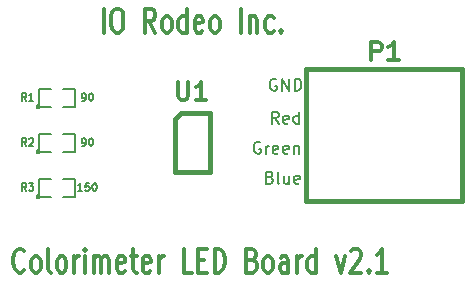
<source format=gto>
G04 (created by PCBNEW-RS274X (2011-07-19)-testing) date Wed 13 Jun 2012 12:22:37 PM PDT*
G01*
G70*
G90*
%MOIN*%
G04 Gerber Fmt 3.4, Leading zero omitted, Abs format*
%FSLAX34Y34*%
G04 APERTURE LIST*
%ADD10C,0.006000*%
%ADD11C,0.007900*%
%ADD12C,0.012000*%
%ADD13C,0.005000*%
%ADD14C,0.015000*%
G04 APERTURE END LIST*
G54D10*
G54D11*
X41578Y-26153D02*
X41634Y-26172D01*
X41653Y-26191D01*
X41672Y-26228D01*
X41672Y-26284D01*
X41653Y-26322D01*
X41634Y-26341D01*
X41597Y-26359D01*
X41447Y-26359D01*
X41447Y-25965D01*
X41578Y-25965D01*
X41616Y-25984D01*
X41634Y-26003D01*
X41653Y-26041D01*
X41653Y-26078D01*
X41634Y-26116D01*
X41616Y-26134D01*
X41578Y-26153D01*
X41447Y-26153D01*
X41897Y-26359D02*
X41860Y-26341D01*
X41841Y-26303D01*
X41841Y-25965D01*
X42216Y-26097D02*
X42216Y-26359D01*
X42047Y-26097D02*
X42047Y-26303D01*
X42066Y-26341D01*
X42103Y-26359D01*
X42159Y-26359D01*
X42197Y-26341D01*
X42216Y-26322D01*
X42553Y-26341D02*
X42515Y-26359D01*
X42440Y-26359D01*
X42403Y-26341D01*
X42384Y-26303D01*
X42384Y-26153D01*
X42403Y-26116D01*
X42440Y-26097D01*
X42515Y-26097D01*
X42553Y-26116D01*
X42572Y-26153D01*
X42572Y-26191D01*
X42384Y-26228D01*
X41265Y-24984D02*
X41228Y-24965D01*
X41171Y-24965D01*
X41115Y-24984D01*
X41078Y-25022D01*
X41059Y-25059D01*
X41040Y-25134D01*
X41040Y-25191D01*
X41059Y-25266D01*
X41078Y-25303D01*
X41115Y-25341D01*
X41171Y-25359D01*
X41209Y-25359D01*
X41265Y-25341D01*
X41284Y-25322D01*
X41284Y-25191D01*
X41209Y-25191D01*
X41453Y-25359D02*
X41453Y-25097D01*
X41453Y-25172D02*
X41472Y-25134D01*
X41490Y-25116D01*
X41528Y-25097D01*
X41565Y-25097D01*
X41847Y-25341D02*
X41809Y-25359D01*
X41734Y-25359D01*
X41697Y-25341D01*
X41678Y-25303D01*
X41678Y-25153D01*
X41697Y-25116D01*
X41734Y-25097D01*
X41809Y-25097D01*
X41847Y-25116D01*
X41866Y-25153D01*
X41866Y-25191D01*
X41678Y-25228D01*
X42185Y-25341D02*
X42147Y-25359D01*
X42072Y-25359D01*
X42035Y-25341D01*
X42016Y-25303D01*
X42016Y-25153D01*
X42035Y-25116D01*
X42072Y-25097D01*
X42147Y-25097D01*
X42185Y-25116D01*
X42204Y-25153D01*
X42204Y-25191D01*
X42016Y-25228D01*
X42373Y-25097D02*
X42373Y-25359D01*
X42373Y-25134D02*
X42392Y-25116D01*
X42429Y-25097D01*
X42485Y-25097D01*
X42523Y-25116D01*
X42542Y-25153D01*
X42542Y-25359D01*
X41800Y-22884D02*
X41763Y-22865D01*
X41706Y-22865D01*
X41650Y-22884D01*
X41613Y-22922D01*
X41594Y-22959D01*
X41575Y-23034D01*
X41575Y-23091D01*
X41594Y-23166D01*
X41613Y-23203D01*
X41650Y-23241D01*
X41706Y-23259D01*
X41744Y-23259D01*
X41800Y-23241D01*
X41819Y-23222D01*
X41819Y-23091D01*
X41744Y-23091D01*
X41988Y-23259D02*
X41988Y-22865D01*
X42213Y-23259D01*
X42213Y-22865D01*
X42401Y-23259D02*
X42401Y-22865D01*
X42495Y-22865D01*
X42551Y-22884D01*
X42588Y-22922D01*
X42607Y-22959D01*
X42626Y-23034D01*
X42626Y-23091D01*
X42607Y-23166D01*
X42588Y-23203D01*
X42551Y-23241D01*
X42495Y-23259D01*
X42401Y-23259D01*
G54D12*
X36043Y-21324D02*
X36043Y-20524D01*
X36443Y-20524D02*
X36557Y-20524D01*
X36615Y-20562D01*
X36672Y-20638D01*
X36700Y-20790D01*
X36700Y-21057D01*
X36672Y-21210D01*
X36615Y-21286D01*
X36557Y-21324D01*
X36443Y-21324D01*
X36386Y-21286D01*
X36329Y-21210D01*
X36300Y-21057D01*
X36300Y-20790D01*
X36329Y-20638D01*
X36386Y-20562D01*
X36443Y-20524D01*
X37758Y-21324D02*
X37558Y-20943D01*
X37415Y-21324D02*
X37415Y-20524D01*
X37643Y-20524D01*
X37701Y-20562D01*
X37729Y-20600D01*
X37758Y-20676D01*
X37758Y-20790D01*
X37729Y-20867D01*
X37701Y-20905D01*
X37643Y-20943D01*
X37415Y-20943D01*
X38101Y-21324D02*
X38043Y-21286D01*
X38015Y-21248D01*
X37986Y-21171D01*
X37986Y-20943D01*
X38015Y-20867D01*
X38043Y-20829D01*
X38101Y-20790D01*
X38186Y-20790D01*
X38243Y-20829D01*
X38272Y-20867D01*
X38301Y-20943D01*
X38301Y-21171D01*
X38272Y-21248D01*
X38243Y-21286D01*
X38186Y-21324D01*
X38101Y-21324D01*
X38815Y-21324D02*
X38815Y-20524D01*
X38815Y-21286D02*
X38758Y-21324D01*
X38644Y-21324D01*
X38586Y-21286D01*
X38558Y-21248D01*
X38529Y-21171D01*
X38529Y-20943D01*
X38558Y-20867D01*
X38586Y-20829D01*
X38644Y-20790D01*
X38758Y-20790D01*
X38815Y-20829D01*
X39329Y-21286D02*
X39272Y-21324D01*
X39158Y-21324D01*
X39101Y-21286D01*
X39072Y-21210D01*
X39072Y-20905D01*
X39101Y-20829D01*
X39158Y-20790D01*
X39272Y-20790D01*
X39329Y-20829D01*
X39358Y-20905D01*
X39358Y-20981D01*
X39072Y-21057D01*
X39701Y-21324D02*
X39643Y-21286D01*
X39615Y-21248D01*
X39586Y-21171D01*
X39586Y-20943D01*
X39615Y-20867D01*
X39643Y-20829D01*
X39701Y-20790D01*
X39786Y-20790D01*
X39843Y-20829D01*
X39872Y-20867D01*
X39901Y-20943D01*
X39901Y-21171D01*
X39872Y-21248D01*
X39843Y-21286D01*
X39786Y-21324D01*
X39701Y-21324D01*
X40615Y-21324D02*
X40615Y-20524D01*
X40901Y-20790D02*
X40901Y-21324D01*
X40901Y-20867D02*
X40929Y-20829D01*
X40987Y-20790D01*
X41072Y-20790D01*
X41129Y-20829D01*
X41158Y-20905D01*
X41158Y-21324D01*
X41701Y-21286D02*
X41644Y-21324D01*
X41530Y-21324D01*
X41472Y-21286D01*
X41444Y-21248D01*
X41415Y-21171D01*
X41415Y-20943D01*
X41444Y-20867D01*
X41472Y-20829D01*
X41530Y-20790D01*
X41644Y-20790D01*
X41701Y-20829D01*
X41958Y-21248D02*
X41986Y-21286D01*
X41958Y-21324D01*
X41929Y-21286D01*
X41958Y-21248D01*
X41958Y-21324D01*
G54D11*
X41875Y-24359D02*
X41744Y-24172D01*
X41650Y-24359D02*
X41650Y-23965D01*
X41800Y-23965D01*
X41837Y-23984D01*
X41856Y-24003D01*
X41875Y-24041D01*
X41875Y-24097D01*
X41856Y-24134D01*
X41837Y-24153D01*
X41800Y-24172D01*
X41650Y-24172D01*
X42194Y-24341D02*
X42156Y-24359D01*
X42081Y-24359D01*
X42044Y-24341D01*
X42025Y-24303D01*
X42025Y-24153D01*
X42044Y-24116D01*
X42081Y-24097D01*
X42156Y-24097D01*
X42194Y-24116D01*
X42213Y-24153D01*
X42213Y-24191D01*
X42025Y-24228D01*
X42551Y-24359D02*
X42551Y-23965D01*
X42551Y-24341D02*
X42513Y-24359D01*
X42438Y-24359D01*
X42401Y-24341D01*
X42382Y-24322D01*
X42363Y-24284D01*
X42363Y-24172D01*
X42382Y-24134D01*
X42401Y-24116D01*
X42438Y-24097D01*
X42513Y-24097D01*
X42551Y-24116D01*
G54D12*
X33394Y-29248D02*
X33365Y-29286D01*
X33279Y-29324D01*
X33222Y-29324D01*
X33137Y-29286D01*
X33079Y-29210D01*
X33051Y-29133D01*
X33022Y-28981D01*
X33022Y-28867D01*
X33051Y-28714D01*
X33079Y-28638D01*
X33137Y-28562D01*
X33222Y-28524D01*
X33279Y-28524D01*
X33365Y-28562D01*
X33394Y-28600D01*
X33737Y-29324D02*
X33679Y-29286D01*
X33651Y-29248D01*
X33622Y-29171D01*
X33622Y-28943D01*
X33651Y-28867D01*
X33679Y-28829D01*
X33737Y-28790D01*
X33822Y-28790D01*
X33879Y-28829D01*
X33908Y-28867D01*
X33937Y-28943D01*
X33937Y-29171D01*
X33908Y-29248D01*
X33879Y-29286D01*
X33822Y-29324D01*
X33737Y-29324D01*
X34280Y-29324D02*
X34222Y-29286D01*
X34194Y-29210D01*
X34194Y-28524D01*
X34594Y-29324D02*
X34536Y-29286D01*
X34508Y-29248D01*
X34479Y-29171D01*
X34479Y-28943D01*
X34508Y-28867D01*
X34536Y-28829D01*
X34594Y-28790D01*
X34679Y-28790D01*
X34736Y-28829D01*
X34765Y-28867D01*
X34794Y-28943D01*
X34794Y-29171D01*
X34765Y-29248D01*
X34736Y-29286D01*
X34679Y-29324D01*
X34594Y-29324D01*
X35051Y-29324D02*
X35051Y-28790D01*
X35051Y-28943D02*
X35079Y-28867D01*
X35108Y-28829D01*
X35165Y-28790D01*
X35222Y-28790D01*
X35422Y-29324D02*
X35422Y-28790D01*
X35422Y-28524D02*
X35393Y-28562D01*
X35422Y-28600D01*
X35450Y-28562D01*
X35422Y-28524D01*
X35422Y-28600D01*
X35708Y-29324D02*
X35708Y-28790D01*
X35708Y-28867D02*
X35736Y-28829D01*
X35794Y-28790D01*
X35879Y-28790D01*
X35936Y-28829D01*
X35965Y-28905D01*
X35965Y-29324D01*
X35965Y-28905D02*
X35994Y-28829D01*
X36051Y-28790D01*
X36136Y-28790D01*
X36194Y-28829D01*
X36222Y-28905D01*
X36222Y-29324D01*
X36736Y-29286D02*
X36679Y-29324D01*
X36565Y-29324D01*
X36508Y-29286D01*
X36479Y-29210D01*
X36479Y-28905D01*
X36508Y-28829D01*
X36565Y-28790D01*
X36679Y-28790D01*
X36736Y-28829D01*
X36765Y-28905D01*
X36765Y-28981D01*
X36479Y-29057D01*
X36936Y-28790D02*
X37165Y-28790D01*
X37022Y-28524D02*
X37022Y-29210D01*
X37050Y-29286D01*
X37108Y-29324D01*
X37165Y-29324D01*
X37593Y-29286D02*
X37536Y-29324D01*
X37422Y-29324D01*
X37365Y-29286D01*
X37336Y-29210D01*
X37336Y-28905D01*
X37365Y-28829D01*
X37422Y-28790D01*
X37536Y-28790D01*
X37593Y-28829D01*
X37622Y-28905D01*
X37622Y-28981D01*
X37336Y-29057D01*
X37879Y-29324D02*
X37879Y-28790D01*
X37879Y-28943D02*
X37907Y-28867D01*
X37936Y-28829D01*
X37993Y-28790D01*
X38050Y-28790D01*
X38993Y-29324D02*
X38707Y-29324D01*
X38707Y-28524D01*
X39193Y-28905D02*
X39393Y-28905D01*
X39479Y-29324D02*
X39193Y-29324D01*
X39193Y-28524D01*
X39479Y-28524D01*
X39736Y-29324D02*
X39736Y-28524D01*
X39879Y-28524D01*
X39964Y-28562D01*
X40022Y-28638D01*
X40050Y-28714D01*
X40079Y-28867D01*
X40079Y-28981D01*
X40050Y-29133D01*
X40022Y-29210D01*
X39964Y-29286D01*
X39879Y-29324D01*
X39736Y-29324D01*
X40993Y-28905D02*
X41079Y-28943D01*
X41107Y-28981D01*
X41136Y-29057D01*
X41136Y-29171D01*
X41107Y-29248D01*
X41079Y-29286D01*
X41021Y-29324D01*
X40793Y-29324D01*
X40793Y-28524D01*
X40993Y-28524D01*
X41050Y-28562D01*
X41079Y-28600D01*
X41107Y-28676D01*
X41107Y-28752D01*
X41079Y-28829D01*
X41050Y-28867D01*
X40993Y-28905D01*
X40793Y-28905D01*
X41479Y-29324D02*
X41421Y-29286D01*
X41393Y-29248D01*
X41364Y-29171D01*
X41364Y-28943D01*
X41393Y-28867D01*
X41421Y-28829D01*
X41479Y-28790D01*
X41564Y-28790D01*
X41621Y-28829D01*
X41650Y-28867D01*
X41679Y-28943D01*
X41679Y-29171D01*
X41650Y-29248D01*
X41621Y-29286D01*
X41564Y-29324D01*
X41479Y-29324D01*
X42193Y-29324D02*
X42193Y-28905D01*
X42164Y-28829D01*
X42107Y-28790D01*
X41993Y-28790D01*
X41936Y-28829D01*
X42193Y-29286D02*
X42136Y-29324D01*
X41993Y-29324D01*
X41936Y-29286D01*
X41907Y-29210D01*
X41907Y-29133D01*
X41936Y-29057D01*
X41993Y-29019D01*
X42136Y-29019D01*
X42193Y-28981D01*
X42479Y-29324D02*
X42479Y-28790D01*
X42479Y-28943D02*
X42507Y-28867D01*
X42536Y-28829D01*
X42593Y-28790D01*
X42650Y-28790D01*
X43107Y-29324D02*
X43107Y-28524D01*
X43107Y-29286D02*
X43050Y-29324D01*
X42936Y-29324D01*
X42878Y-29286D01*
X42850Y-29248D01*
X42821Y-29171D01*
X42821Y-28943D01*
X42850Y-28867D01*
X42878Y-28829D01*
X42936Y-28790D01*
X43050Y-28790D01*
X43107Y-28829D01*
X43793Y-28790D02*
X43936Y-29324D01*
X44078Y-28790D01*
X44278Y-28600D02*
X44307Y-28562D01*
X44364Y-28524D01*
X44507Y-28524D01*
X44564Y-28562D01*
X44593Y-28600D01*
X44621Y-28676D01*
X44621Y-28752D01*
X44593Y-28867D01*
X44250Y-29324D01*
X44621Y-29324D01*
X44878Y-29248D02*
X44906Y-29286D01*
X44878Y-29324D01*
X44849Y-29286D01*
X44878Y-29248D01*
X44878Y-29324D01*
X45478Y-29324D02*
X45135Y-29324D01*
X45307Y-29324D02*
X45307Y-28524D01*
X45250Y-28638D01*
X45192Y-28714D01*
X45135Y-28752D01*
G54D13*
X33900Y-23800D02*
X33899Y-23809D01*
X33896Y-23819D01*
X33891Y-23827D01*
X33885Y-23835D01*
X33877Y-23841D01*
X33869Y-23846D01*
X33860Y-23848D01*
X33850Y-23849D01*
X33841Y-23849D01*
X33832Y-23846D01*
X33823Y-23841D01*
X33816Y-23835D01*
X33809Y-23828D01*
X33805Y-23819D01*
X33802Y-23810D01*
X33801Y-23800D01*
X33801Y-23791D01*
X33804Y-23782D01*
X33808Y-23773D01*
X33815Y-23766D01*
X33822Y-23759D01*
X33830Y-23755D01*
X33840Y-23752D01*
X33849Y-23751D01*
X33858Y-23751D01*
X33868Y-23754D01*
X33876Y-23758D01*
X33884Y-23764D01*
X33890Y-23772D01*
X33895Y-23780D01*
X33898Y-23789D01*
X33899Y-23799D01*
X33900Y-23800D01*
X34300Y-23800D02*
X33900Y-23800D01*
X33900Y-23800D02*
X33900Y-23200D01*
X33900Y-23200D02*
X34300Y-23200D01*
X34700Y-23200D02*
X35100Y-23200D01*
X35100Y-23200D02*
X35100Y-23800D01*
X35100Y-23800D02*
X34700Y-23800D01*
X33900Y-25300D02*
X33899Y-25309D01*
X33896Y-25319D01*
X33891Y-25327D01*
X33885Y-25335D01*
X33877Y-25341D01*
X33869Y-25346D01*
X33860Y-25348D01*
X33850Y-25349D01*
X33841Y-25349D01*
X33832Y-25346D01*
X33823Y-25341D01*
X33816Y-25335D01*
X33809Y-25328D01*
X33805Y-25319D01*
X33802Y-25310D01*
X33801Y-25300D01*
X33801Y-25291D01*
X33804Y-25282D01*
X33808Y-25273D01*
X33815Y-25266D01*
X33822Y-25259D01*
X33830Y-25255D01*
X33840Y-25252D01*
X33849Y-25251D01*
X33858Y-25251D01*
X33868Y-25254D01*
X33876Y-25258D01*
X33884Y-25264D01*
X33890Y-25272D01*
X33895Y-25280D01*
X33898Y-25289D01*
X33899Y-25299D01*
X33900Y-25300D01*
X34300Y-25300D02*
X33900Y-25300D01*
X33900Y-25300D02*
X33900Y-24700D01*
X33900Y-24700D02*
X34300Y-24700D01*
X34700Y-24700D02*
X35100Y-24700D01*
X35100Y-24700D02*
X35100Y-25300D01*
X35100Y-25300D02*
X34700Y-25300D01*
X33900Y-26800D02*
X33899Y-26809D01*
X33896Y-26819D01*
X33891Y-26827D01*
X33885Y-26835D01*
X33877Y-26841D01*
X33869Y-26846D01*
X33860Y-26848D01*
X33850Y-26849D01*
X33841Y-26849D01*
X33832Y-26846D01*
X33823Y-26841D01*
X33816Y-26835D01*
X33809Y-26828D01*
X33805Y-26819D01*
X33802Y-26810D01*
X33801Y-26800D01*
X33801Y-26791D01*
X33804Y-26782D01*
X33808Y-26773D01*
X33815Y-26766D01*
X33822Y-26759D01*
X33830Y-26755D01*
X33840Y-26752D01*
X33849Y-26751D01*
X33858Y-26751D01*
X33868Y-26754D01*
X33876Y-26758D01*
X33884Y-26764D01*
X33890Y-26772D01*
X33895Y-26780D01*
X33898Y-26789D01*
X33899Y-26799D01*
X33900Y-26800D01*
X34300Y-26800D02*
X33900Y-26800D01*
X33900Y-26800D02*
X33900Y-26200D01*
X33900Y-26200D02*
X34300Y-26200D01*
X34700Y-26200D02*
X35100Y-26200D01*
X35100Y-26200D02*
X35100Y-26800D01*
X35100Y-26800D02*
X34700Y-26800D01*
G54D14*
X39591Y-25984D02*
X38409Y-25984D01*
X38409Y-25984D02*
X38409Y-24213D01*
X38409Y-24213D02*
X38606Y-24016D01*
X38606Y-24016D02*
X39591Y-24016D01*
X39591Y-24016D02*
X39591Y-25984D01*
X42800Y-26950D02*
X42800Y-22550D01*
X42800Y-22550D02*
X48000Y-22550D01*
X48000Y-22550D02*
X48000Y-26950D01*
X48000Y-26950D02*
X42800Y-26950D01*
G54D13*
X33458Y-23601D02*
X33375Y-23482D01*
X33316Y-23601D02*
X33316Y-23351D01*
X33411Y-23351D01*
X33435Y-23363D01*
X33446Y-23375D01*
X33458Y-23399D01*
X33458Y-23435D01*
X33446Y-23458D01*
X33435Y-23470D01*
X33411Y-23482D01*
X33316Y-23482D01*
X33696Y-23601D02*
X33554Y-23601D01*
X33625Y-23601D02*
X33625Y-23351D01*
X33601Y-23387D01*
X33577Y-23411D01*
X33554Y-23423D01*
X35333Y-23601D02*
X35381Y-23601D01*
X35405Y-23589D01*
X35417Y-23577D01*
X35441Y-23542D01*
X35452Y-23494D01*
X35452Y-23399D01*
X35441Y-23375D01*
X35429Y-23363D01*
X35405Y-23351D01*
X35357Y-23351D01*
X35333Y-23363D01*
X35322Y-23375D01*
X35310Y-23399D01*
X35310Y-23458D01*
X35322Y-23482D01*
X35333Y-23494D01*
X35357Y-23506D01*
X35405Y-23506D01*
X35429Y-23494D01*
X35441Y-23482D01*
X35452Y-23458D01*
X35607Y-23351D02*
X35631Y-23351D01*
X35655Y-23363D01*
X35667Y-23375D01*
X35679Y-23399D01*
X35690Y-23446D01*
X35690Y-23506D01*
X35679Y-23554D01*
X35667Y-23577D01*
X35655Y-23589D01*
X35631Y-23601D01*
X35607Y-23601D01*
X35583Y-23589D01*
X35571Y-23577D01*
X35560Y-23554D01*
X35548Y-23506D01*
X35548Y-23446D01*
X35560Y-23399D01*
X35571Y-23375D01*
X35583Y-23363D01*
X35607Y-23351D01*
X33458Y-25101D02*
X33375Y-24982D01*
X33316Y-25101D02*
X33316Y-24851D01*
X33411Y-24851D01*
X33435Y-24863D01*
X33446Y-24875D01*
X33458Y-24899D01*
X33458Y-24935D01*
X33446Y-24958D01*
X33435Y-24970D01*
X33411Y-24982D01*
X33316Y-24982D01*
X33554Y-24875D02*
X33566Y-24863D01*
X33589Y-24851D01*
X33649Y-24851D01*
X33673Y-24863D01*
X33685Y-24875D01*
X33696Y-24899D01*
X33696Y-24923D01*
X33685Y-24958D01*
X33542Y-25101D01*
X33696Y-25101D01*
X35333Y-25101D02*
X35381Y-25101D01*
X35405Y-25089D01*
X35417Y-25077D01*
X35441Y-25042D01*
X35452Y-24994D01*
X35452Y-24899D01*
X35441Y-24875D01*
X35429Y-24863D01*
X35405Y-24851D01*
X35357Y-24851D01*
X35333Y-24863D01*
X35322Y-24875D01*
X35310Y-24899D01*
X35310Y-24958D01*
X35322Y-24982D01*
X35333Y-24994D01*
X35357Y-25006D01*
X35405Y-25006D01*
X35429Y-24994D01*
X35441Y-24982D01*
X35452Y-24958D01*
X35607Y-24851D02*
X35631Y-24851D01*
X35655Y-24863D01*
X35667Y-24875D01*
X35679Y-24899D01*
X35690Y-24946D01*
X35690Y-25006D01*
X35679Y-25054D01*
X35667Y-25077D01*
X35655Y-25089D01*
X35631Y-25101D01*
X35607Y-25101D01*
X35583Y-25089D01*
X35571Y-25077D01*
X35560Y-25054D01*
X35548Y-25006D01*
X35548Y-24946D01*
X35560Y-24899D01*
X35571Y-24875D01*
X35583Y-24863D01*
X35607Y-24851D01*
X33458Y-26601D02*
X33375Y-26482D01*
X33316Y-26601D02*
X33316Y-26351D01*
X33411Y-26351D01*
X33435Y-26363D01*
X33446Y-26375D01*
X33458Y-26399D01*
X33458Y-26435D01*
X33446Y-26458D01*
X33435Y-26470D01*
X33411Y-26482D01*
X33316Y-26482D01*
X33542Y-26351D02*
X33696Y-26351D01*
X33613Y-26446D01*
X33649Y-26446D01*
X33673Y-26458D01*
X33685Y-26470D01*
X33696Y-26494D01*
X33696Y-26554D01*
X33685Y-26577D01*
X33673Y-26589D01*
X33649Y-26601D01*
X33577Y-26601D01*
X33554Y-26589D01*
X33542Y-26577D01*
X35333Y-26601D02*
X35191Y-26601D01*
X35262Y-26601D02*
X35262Y-26351D01*
X35238Y-26387D01*
X35214Y-26411D01*
X35191Y-26423D01*
X35560Y-26351D02*
X35441Y-26351D01*
X35429Y-26470D01*
X35441Y-26458D01*
X35464Y-26446D01*
X35524Y-26446D01*
X35548Y-26458D01*
X35560Y-26470D01*
X35571Y-26494D01*
X35571Y-26554D01*
X35560Y-26577D01*
X35548Y-26589D01*
X35524Y-26601D01*
X35464Y-26601D01*
X35441Y-26589D01*
X35429Y-26577D01*
X35726Y-26351D02*
X35750Y-26351D01*
X35774Y-26363D01*
X35786Y-26375D01*
X35798Y-26399D01*
X35809Y-26446D01*
X35809Y-26506D01*
X35798Y-26554D01*
X35786Y-26577D01*
X35774Y-26589D01*
X35750Y-26601D01*
X35726Y-26601D01*
X35702Y-26589D01*
X35690Y-26577D01*
X35679Y-26554D01*
X35667Y-26506D01*
X35667Y-26446D01*
X35679Y-26399D01*
X35690Y-26375D01*
X35702Y-26363D01*
X35726Y-26351D01*
G54D12*
X38519Y-22970D02*
X38519Y-23456D01*
X38547Y-23513D01*
X38576Y-23541D01*
X38633Y-23570D01*
X38747Y-23570D01*
X38805Y-23541D01*
X38833Y-23513D01*
X38862Y-23456D01*
X38862Y-22970D01*
X39462Y-23570D02*
X39119Y-23570D01*
X39291Y-23570D02*
X39291Y-22970D01*
X39234Y-23056D01*
X39176Y-23113D01*
X39119Y-23141D01*
X44958Y-22243D02*
X44958Y-21643D01*
X45186Y-21643D01*
X45244Y-21671D01*
X45272Y-21700D01*
X45301Y-21757D01*
X45301Y-21843D01*
X45272Y-21900D01*
X45244Y-21929D01*
X45186Y-21957D01*
X44958Y-21957D01*
X45872Y-22243D02*
X45529Y-22243D01*
X45701Y-22243D02*
X45701Y-21643D01*
X45644Y-21729D01*
X45586Y-21786D01*
X45529Y-21814D01*
M02*

</source>
